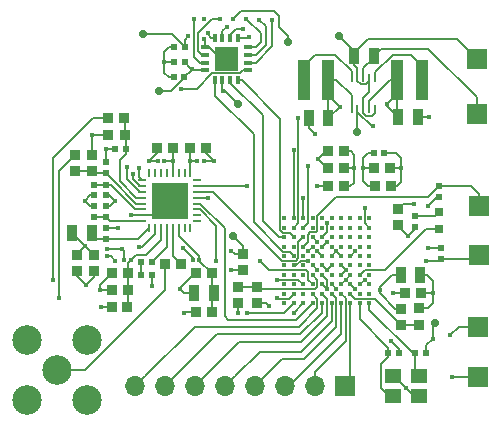
<source format=gbr>
G04 #@! TF.GenerationSoftware,KiCad,Pcbnew,(5.1.0)-1*
G04 #@! TF.CreationDate,2019-06-03T19:39:10-07:00*
G04 #@! TF.ProjectId,SDCard-PCB,53444361-7264-42d5-9043-422e6b696361,rev?*
G04 #@! TF.SameCoordinates,Original*
G04 #@! TF.FileFunction,Copper,L1,Top*
G04 #@! TF.FilePolarity,Positive*
%FSLAX46Y46*%
G04 Gerber Fmt 4.6, Leading zero omitted, Abs format (unit mm)*
G04 Created by KiCad (PCBNEW (5.1.0)-1) date 2019-06-03 19:39:10*
%MOMM*%
%LPD*%
G04 APERTURE LIST*
%ADD10R,3.100000X3.100000*%
%ADD11R,0.260000X0.680000*%
%ADD12R,0.680000X0.260000*%
%ADD13R,0.310000X0.340000*%
%ADD14R,0.340000X0.310000*%
%ADD15C,0.700000*%
%ADD16R,1.000000X3.400000*%
%ADD17R,0.930000X1.320000*%
%ADD18R,0.890000X0.920000*%
%ADD19R,0.810000X0.870000*%
%ADD20R,0.580000X0.630000*%
%ADD21R,1.400000X1.200000*%
%ADD22C,0.370000*%
%ADD23R,0.560000X0.490000*%
%ADD24R,0.920000X0.890000*%
%ADD25R,1.050000X1.050000*%
%ADD26R,0.740000X0.320000*%
%ADD27R,0.320000X0.740000*%
%ADD28R,0.260000X0.660000*%
%ADD29R,0.490000X0.560000*%
%ADD30O,1.700000X1.700000*%
%ADD31R,1.700000X1.700000*%
%ADD32C,2.500000*%
%ADD33R,0.710000X0.770000*%
%ADD34R,0.870000X0.810000*%
%ADD35C,0.450000*%
%ADD36C,0.152400*%
G04 APERTURE END LIST*
D10*
X114015000Y-67995000D03*
D11*
X112265000Y-65660000D03*
X112765000Y-65660000D03*
X113265000Y-65660000D03*
X113765000Y-65660000D03*
X114265000Y-65660000D03*
X114765000Y-65660000D03*
X115265000Y-65660000D03*
X115765000Y-65660000D03*
D12*
X116350000Y-66245000D03*
X116350000Y-66745000D03*
X116350000Y-67245000D03*
X116350000Y-67745000D03*
X116350000Y-68245000D03*
X116350000Y-68745000D03*
X116350000Y-69245000D03*
X116350000Y-69745000D03*
D11*
X115765000Y-70330000D03*
X115265000Y-70330000D03*
X114765000Y-70330000D03*
X114265000Y-70330000D03*
X113765000Y-70330000D03*
X113265000Y-70330000D03*
X112765000Y-70330000D03*
X112265000Y-70330000D03*
D12*
X111680000Y-69745000D03*
X111680000Y-69245000D03*
X111680000Y-68745000D03*
X111680000Y-68245000D03*
X111680000Y-67745000D03*
X111680000Y-67245000D03*
X111680000Y-66745000D03*
X111680000Y-66245000D03*
D13*
X115960000Y-73050000D03*
X116510000Y-73050000D03*
X116895000Y-64640000D03*
X116345000Y-64640000D03*
X113000000Y-64650000D03*
X113550000Y-64650000D03*
X110150000Y-73060000D03*
X110700000Y-73060000D03*
D14*
X108710000Y-72135000D03*
X108710000Y-72685000D03*
D15*
X119350000Y-70970000D03*
D16*
X127440000Y-57770000D03*
X125340000Y-57770000D03*
D17*
X116080000Y-75810000D03*
X117720000Y-75810000D03*
D18*
X116240000Y-77470000D03*
X117570000Y-77470000D03*
D19*
X116200000Y-74160000D03*
X117560000Y-74160000D03*
D20*
X133405000Y-80930000D03*
X132515000Y-80930000D03*
X135705000Y-80930000D03*
X134815000Y-80930000D03*
D21*
X135120000Y-84570000D03*
X132920000Y-84570000D03*
X132920000Y-82870000D03*
X135120000Y-82870000D03*
D22*
X123710000Y-69490000D03*
X124510000Y-69490000D03*
X125310000Y-69490000D03*
X126110000Y-69490000D03*
X126910000Y-69490000D03*
X127710000Y-69490000D03*
X128510000Y-69490000D03*
X129310000Y-69490000D03*
X130110000Y-69490000D03*
X130910000Y-69490000D03*
X123710000Y-70290000D03*
X124510000Y-70290000D03*
X125310000Y-70290000D03*
X126110000Y-70290000D03*
X126910000Y-70290000D03*
X127710000Y-70290000D03*
X128510000Y-70290000D03*
X129310000Y-70290000D03*
X130110000Y-70290000D03*
X130910000Y-70290000D03*
X123710000Y-71090000D03*
X124510000Y-71090000D03*
X125310000Y-71090000D03*
X126110000Y-71090000D03*
X126910000Y-71090000D03*
X127710000Y-71090000D03*
X128510000Y-71090000D03*
X129310000Y-71090000D03*
X130110000Y-71090000D03*
X130910000Y-71090000D03*
X123710000Y-71890000D03*
X124510000Y-71890000D03*
X125310000Y-71890000D03*
X126110000Y-71890000D03*
X126910000Y-71890000D03*
X127710000Y-71890000D03*
X128510000Y-71890000D03*
X129310000Y-71890000D03*
X130110000Y-71890000D03*
X130910000Y-71890000D03*
X123710000Y-72690000D03*
X124510000Y-72690000D03*
X125310000Y-72690000D03*
X126110000Y-72690000D03*
X126910000Y-72690000D03*
X127710000Y-72690000D03*
X128510000Y-72690000D03*
X129310000Y-72690000D03*
X130110000Y-72690000D03*
X130910000Y-72690000D03*
X123710000Y-73490000D03*
X124510000Y-73490000D03*
X125310000Y-73490000D03*
X126110000Y-73490000D03*
X126910000Y-73490000D03*
X127710000Y-73490000D03*
X128510000Y-73490000D03*
X129310000Y-73490000D03*
X130110000Y-73490000D03*
X130910000Y-73490000D03*
X123710000Y-74290000D03*
X124510000Y-74290000D03*
X125310000Y-74290000D03*
X126110000Y-74290000D03*
X126910000Y-74290000D03*
X127710000Y-74290000D03*
X128510000Y-74290000D03*
X129310000Y-74290000D03*
X130110000Y-74290000D03*
X130910000Y-74290000D03*
X123710000Y-75090000D03*
X124510000Y-75090000D03*
X125310000Y-75090000D03*
X126110000Y-75090000D03*
X126910000Y-75090000D03*
X127710000Y-75090000D03*
X128510000Y-75090000D03*
X129310000Y-75090000D03*
X130110000Y-75090000D03*
X130910000Y-75090000D03*
X123710000Y-75890000D03*
X124510000Y-75890000D03*
X125310000Y-75890000D03*
X126110000Y-75890000D03*
X126910000Y-75890000D03*
X127710000Y-75890000D03*
X128510000Y-75890000D03*
X129310000Y-75890000D03*
X130110000Y-75890000D03*
X130910000Y-75890000D03*
X123710000Y-76690000D03*
X124510000Y-76690000D03*
X125310000Y-76690000D03*
X126110000Y-76690000D03*
X126910000Y-76690000D03*
X127710000Y-76690000D03*
X128510000Y-76690000D03*
X129310000Y-76690000D03*
X130110000Y-76690000D03*
X130910000Y-76690000D03*
D23*
X136990000Y-72930000D03*
X136990000Y-72020000D03*
X134740000Y-69290000D03*
X134740000Y-70200000D03*
D17*
X135210000Y-74290000D03*
X133570000Y-74290000D03*
D24*
X133570000Y-77170000D03*
X133570000Y-78500000D03*
D15*
X113100000Y-58680000D03*
D25*
X118325000Y-55525000D03*
X118325000Y-56475000D03*
X119275000Y-55525000D03*
X119275000Y-56475000D03*
D26*
X117005000Y-56975000D03*
X117005000Y-56325000D03*
X117005000Y-55675000D03*
X117005000Y-55025000D03*
D27*
X117825000Y-54205000D03*
X118475000Y-54205000D03*
X119125000Y-54205000D03*
X119775000Y-54205000D03*
D26*
X120595000Y-55025000D03*
X120595000Y-55675000D03*
X120595000Y-56325000D03*
X120595000Y-56975000D03*
D27*
X119775000Y-57795000D03*
X119125000Y-57795000D03*
X118475000Y-57795000D03*
X117825000Y-57795000D03*
D28*
X129400000Y-57605000D03*
X129900000Y-57605000D03*
X130400000Y-57605000D03*
X130900000Y-57605000D03*
X131400000Y-57605000D03*
X131400000Y-60275000D03*
X130900000Y-60275000D03*
X130400000Y-60275000D03*
X129900000Y-60275000D03*
X129400000Y-60275000D03*
D23*
X136840000Y-66755000D03*
X136840000Y-67665000D03*
X108600000Y-71250000D03*
X108600000Y-70340000D03*
X108590000Y-67555000D03*
X108590000Y-66645000D03*
X107590000Y-66655000D03*
X107590000Y-67565000D03*
D29*
X112505000Y-74270000D03*
X111595000Y-74270000D03*
D23*
X108600000Y-68470000D03*
X108600000Y-69380000D03*
X107580000Y-69380000D03*
X107580000Y-68470000D03*
D29*
X110290000Y-63640000D03*
X109380000Y-63640000D03*
D23*
X108590000Y-65680000D03*
X108590000Y-64770000D03*
D24*
X121360000Y-75300000D03*
X121360000Y-76630000D03*
D16*
X133290000Y-57800000D03*
X135390000Y-57800000D03*
D18*
X109100000Y-76980000D03*
X110430000Y-76980000D03*
X110135000Y-61020000D03*
X108805000Y-61020000D03*
D24*
X105990000Y-65490000D03*
X105990000Y-64160000D03*
D30*
X111070000Y-83730000D03*
X113610000Y-83730000D03*
X116150000Y-83730000D03*
X118690000Y-83730000D03*
X121230000Y-83730000D03*
X123770000Y-83730000D03*
X126310000Y-83730000D03*
D31*
X128850000Y-83730000D03*
D15*
X136470000Y-78390000D03*
X111750000Y-53910000D03*
X124060000Y-54560000D03*
X119770000Y-59850000D03*
X129900000Y-62190000D03*
X128310000Y-54040000D03*
D31*
X140150000Y-82910000D03*
X140230000Y-72600000D03*
X140200000Y-68450000D03*
X140150000Y-78710000D03*
X140010000Y-60640000D03*
X140010000Y-55990000D03*
D32*
X106980000Y-84890000D03*
X106980000Y-79810000D03*
X101900000Y-79810000D03*
X101900000Y-84890000D03*
X104440000Y-82350000D03*
D33*
X136800000Y-68950000D03*
X136800000Y-70410000D03*
D19*
X132670000Y-65250000D03*
X131310000Y-65250000D03*
D34*
X120240000Y-73900000D03*
X120240000Y-72540000D03*
D19*
X128750000Y-66800000D03*
X127390000Y-66800000D03*
D34*
X133370000Y-70050000D03*
X133370000Y-68690000D03*
X119800000Y-76660000D03*
X119800000Y-75300000D03*
D19*
X132710000Y-66750000D03*
X131350000Y-66750000D03*
X128750000Y-65250000D03*
X127390000Y-65250000D03*
X135270000Y-75850000D03*
X133910000Y-75850000D03*
D34*
X135140000Y-77130000D03*
X135140000Y-78490000D03*
D19*
X128780000Y-63820000D03*
X127420000Y-63820000D03*
D20*
X132155000Y-63950000D03*
X131265000Y-63950000D03*
X114370000Y-56280000D03*
X115260000Y-56280000D03*
X114360000Y-57560000D03*
X115250000Y-57560000D03*
X114370000Y-55030000D03*
X115260000Y-55030000D03*
D17*
X125800000Y-61030000D03*
X127440000Y-61030000D03*
X135000000Y-60950000D03*
X133360000Y-60950000D03*
X131280000Y-55720000D03*
X129640000Y-55720000D03*
X105750000Y-70770000D03*
X107390000Y-70770000D03*
D20*
X112475000Y-73210000D03*
X111585000Y-73210000D03*
D19*
X114970000Y-73360000D03*
X113610000Y-73360000D03*
X109100000Y-75560000D03*
X110460000Y-75560000D03*
D34*
X106140000Y-72590000D03*
X106140000Y-73950000D03*
D19*
X109100000Y-74150000D03*
X110460000Y-74150000D03*
D34*
X107580000Y-72590000D03*
X107580000Y-73950000D03*
D19*
X117070000Y-63550000D03*
X115710000Y-63550000D03*
X112900000Y-63550000D03*
X114260000Y-63550000D03*
X108820000Y-62450000D03*
X110180000Y-62450000D03*
D34*
X107390000Y-64160000D03*
X107390000Y-65520000D03*
D35*
X133985000Y-83835000D03*
X116900000Y-52600000D03*
X116870000Y-54330000D03*
X113550000Y-56280000D03*
X129620000Y-65250000D03*
X133620000Y-65250000D03*
X126330000Y-62390000D03*
X136000000Y-60940000D03*
X108070000Y-75570000D03*
X106830000Y-71830000D03*
X109360000Y-68020000D03*
X110720000Y-69240000D03*
X112220000Y-64650000D03*
X117720000Y-64640000D03*
X109950002Y-72070000D03*
X107390000Y-62460000D03*
X112500000Y-75200000D03*
X115100000Y-72000000D03*
X119800000Y-77550000D03*
X119200000Y-73910000D03*
X114860000Y-75450000D03*
X132720000Y-79900000D03*
X136270000Y-79690000D03*
X137930000Y-82900000D03*
X136340000Y-75840000D03*
X134190000Y-70970000D03*
X128110000Y-72290000D03*
X128910000Y-74690000D03*
X126510000Y-73890000D03*
X126520000Y-72290000D03*
X128910000Y-73890000D03*
X124500000Y-77490000D03*
X131200000Y-61700000D03*
X115570000Y-54080000D03*
X118820000Y-53330000D03*
X118480000Y-58760000D03*
X130370000Y-65250000D03*
X126550000Y-64510000D03*
X132440000Y-59860000D03*
X106900000Y-75130000D03*
X106840000Y-68020000D03*
X114265000Y-64645000D03*
X109410000Y-73090000D03*
X111410000Y-71940000D03*
X108580000Y-63640000D03*
X115240000Y-77480000D03*
X108170000Y-76980000D03*
X137770000Y-79410000D03*
X132920000Y-75860000D03*
X135910000Y-72020000D03*
X135850000Y-68480000D03*
X127310000Y-73890000D03*
X128110000Y-75490000D03*
X130510000Y-74690000D03*
X129710000Y-72300000D03*
X125720000Y-72280000D03*
X119400000Y-52600000D03*
X115852498Y-56897498D03*
X128400000Y-60080000D03*
X109590000Y-70320000D03*
X115765000Y-64615000D03*
X126510000Y-66800000D03*
X122440000Y-76910000D03*
X119200000Y-72240000D03*
X131800000Y-75570000D03*
X134700000Y-68310000D03*
X129710000Y-75490000D03*
X127320000Y-71480000D03*
X127310000Y-75490000D03*
X125710000Y-73090000D03*
X135730000Y-73090000D03*
X116090000Y-52620000D03*
X115000000Y-58530000D03*
X118300000Y-52610000D03*
X120500000Y-52620000D03*
X121590000Y-52670000D03*
X122700000Y-52700000D03*
X123050000Y-76280000D03*
X104670000Y-76280000D03*
X123100000Y-74690000D03*
X104120000Y-74680000D03*
X120570000Y-77500000D03*
X120560000Y-66750000D03*
X125310000Y-67750000D03*
X117280000Y-67750000D03*
X121620000Y-73080000D03*
X117960000Y-73070000D03*
X126510000Y-71490000D03*
X110370000Y-65180000D03*
X127310000Y-69890000D03*
X110920000Y-65710000D03*
X130510000Y-68590000D03*
X111430000Y-65230002D03*
X124510000Y-63720000D03*
X117210004Y-53770000D03*
X120220000Y-53500000D03*
X125710000Y-65039998D03*
X120690000Y-54150000D03*
X124910000Y-61000000D03*
D36*
X128750000Y-63720000D02*
X128770000Y-63700000D01*
X118325000Y-55525000D02*
X118325000Y-56475000D01*
X118325000Y-56475000D02*
X119275000Y-56475000D01*
X119275000Y-56475000D02*
X119275000Y-55525000D01*
X117335000Y-55025000D02*
X117005000Y-55025000D01*
X118325000Y-55525000D02*
X117835000Y-55525000D01*
X117835000Y-55525000D02*
X117335000Y-55025000D01*
X131300000Y-55720000D02*
X131280000Y-55720000D01*
X131890000Y-55130000D02*
X131300000Y-55720000D01*
X135910000Y-55130000D02*
X131890000Y-55130000D01*
X140010000Y-60640000D02*
X140010000Y-59230000D01*
X140010000Y-59230000D02*
X135910000Y-55130000D01*
X130400000Y-57122600D02*
X130400000Y-57605000D01*
X130400000Y-56795000D02*
X130400000Y-57122600D01*
X131280000Y-55915000D02*
X130400000Y-56795000D01*
X131280000Y-55720000D02*
X131280000Y-55915000D01*
X129900000Y-62230000D02*
X129930000Y-62260000D01*
X129900000Y-60757400D02*
X129900000Y-62190000D01*
X129900000Y-60275000D02*
X129900000Y-60757400D01*
X133930000Y-83780000D02*
X133985000Y-83835000D01*
X134720000Y-84570000D02*
X133930000Y-83780000D01*
X133930000Y-83780000D02*
X133020000Y-82870000D01*
X135120000Y-84570000D02*
X134720000Y-84570000D01*
X133020000Y-82870000D02*
X132920000Y-82870000D01*
X117005000Y-55025000D02*
X117005000Y-54465000D01*
X117005000Y-54465000D02*
X116870000Y-54330000D01*
X114370000Y-56280000D02*
X113550000Y-56280000D01*
X113917600Y-57560000D02*
X114360000Y-57560000D01*
X113550000Y-57192400D02*
X113917600Y-57560000D01*
X113550000Y-56280000D02*
X113550000Y-57192400D01*
X113927600Y-55030000D02*
X114370000Y-55030000D01*
X113550000Y-55407600D02*
X113927600Y-55030000D01*
X113550000Y-56280000D02*
X113550000Y-55407600D01*
X128750000Y-65250000D02*
X129620000Y-65250000D01*
X129620000Y-64931802D02*
X129620000Y-65250000D01*
X129620000Y-64102600D02*
X129620000Y-64931802D01*
X129337400Y-63820000D02*
X129620000Y-64102600D01*
X128780000Y-63820000D02*
X129337400Y-63820000D01*
X129307400Y-66800000D02*
X128750000Y-66800000D01*
X129620000Y-66487400D02*
X129307400Y-66800000D01*
X129620000Y-65250000D02*
X129620000Y-66487400D01*
X132670000Y-65250000D02*
X133620000Y-65250000D01*
X133267400Y-66750000D02*
X132710000Y-66750000D01*
X133620000Y-66397400D02*
X133267400Y-66750000D01*
X133620000Y-65250000D02*
X133620000Y-66397400D01*
X133160000Y-63950000D02*
X132155000Y-63950000D01*
X133620000Y-65250000D02*
X133620000Y-64410000D01*
X133620000Y-64410000D02*
X133160000Y-63950000D01*
X126330000Y-62372400D02*
X126330000Y-62390000D01*
X125800000Y-61030000D02*
X125800000Y-61842400D01*
X125800000Y-61842400D02*
X126330000Y-62372400D01*
X135000000Y-60950000D02*
X135990000Y-60950000D01*
X135990000Y-60950000D02*
X136000000Y-60940000D01*
X109100000Y-75560000D02*
X108080000Y-75560000D01*
X108080000Y-75560000D02*
X108070000Y-75570000D01*
X109090000Y-74150000D02*
X109100000Y-74150000D01*
X108070000Y-75570000D02*
X108070000Y-75170000D01*
X108070000Y-75170000D02*
X109090000Y-74150000D01*
X106140000Y-72590000D02*
X106140000Y-72520000D01*
X106140000Y-72520000D02*
X106830000Y-71830000D01*
X106830000Y-71840000D02*
X107580000Y-72590000D01*
X106830000Y-71830000D02*
X106830000Y-71840000D01*
X106810000Y-71830000D02*
X105750000Y-70770000D01*
X106830000Y-71830000D02*
X106810000Y-71830000D01*
X108600000Y-68470000D02*
X108910000Y-68470000D01*
X108910000Y-68470000D02*
X109360000Y-68020000D01*
X108895000Y-67555000D02*
X109360000Y-68020000D01*
X108590000Y-67555000D02*
X108895000Y-67555000D01*
X112765000Y-69245000D02*
X114015000Y-67995000D01*
X111680000Y-69245000D02*
X112765000Y-69245000D01*
X111680000Y-69245000D02*
X110725000Y-69245000D01*
X110725000Y-69245000D02*
X110720000Y-69240000D01*
X112900000Y-63550000D02*
X112900000Y-63970000D01*
X112900000Y-63970000D02*
X112220000Y-64650000D01*
X112220000Y-64650000D02*
X113000000Y-64650000D01*
X116895000Y-64640000D02*
X117720000Y-64640000D01*
X117070000Y-63990000D02*
X117720000Y-64640000D01*
X117070000Y-63550000D02*
X117070000Y-63990000D01*
X110150000Y-73060000D02*
X110150000Y-72269998D01*
X110150000Y-72269998D02*
X109950002Y-72070000D01*
X108710000Y-72135000D02*
X109885002Y-72135000D01*
X109885002Y-72135000D02*
X109950002Y-72070000D01*
X107390000Y-64160000D02*
X107390000Y-62460000D01*
X107400000Y-62450000D02*
X107390000Y-62460000D01*
X108820000Y-62450000D02*
X107400000Y-62450000D01*
X112505000Y-74270000D02*
X112505000Y-75195000D01*
X112505000Y-75195000D02*
X112500000Y-75200000D01*
X115960000Y-73050000D02*
X115960000Y-72860000D01*
X115960000Y-72860000D02*
X115100000Y-72000000D01*
X116250000Y-75800000D02*
X116260000Y-75810000D01*
X119800000Y-76660000D02*
X119800000Y-77550000D01*
X120240000Y-73900000D02*
X119210000Y-73900000D01*
X119210000Y-73900000D02*
X119200000Y-73910000D01*
X116070000Y-75800000D02*
X116080000Y-75810000D01*
X114860000Y-75450000D02*
X115210000Y-75800000D01*
X115210000Y-75800000D02*
X116070000Y-75800000D01*
X114860000Y-75430000D02*
X114860000Y-75450000D01*
X116200000Y-74160000D02*
X116130000Y-74160000D01*
X116130000Y-74160000D02*
X114860000Y-75430000D01*
X133405000Y-80930000D02*
X133405000Y-80585000D01*
X133405000Y-80585000D02*
X132720000Y-79900000D01*
X135705000Y-80930000D02*
X135705000Y-80255000D01*
X135705000Y-80255000D02*
X136270000Y-79690000D01*
X140150000Y-82910000D02*
X137940000Y-82910000D01*
X137940000Y-82910000D02*
X137930000Y-82900000D01*
X136270000Y-78590000D02*
X136470000Y-78390000D01*
X136270000Y-79690000D02*
X136270000Y-78590000D01*
X135270000Y-75850000D02*
X136330000Y-75850000D01*
X136330000Y-75850000D02*
X136340000Y-75840000D01*
X135827400Y-74290000D02*
X135210000Y-74290000D01*
X136340000Y-74802600D02*
X135827400Y-74290000D01*
X136340000Y-75840000D02*
X136340000Y-74802600D01*
X136340000Y-76640000D02*
X136340000Y-75840000D01*
X135140000Y-77130000D02*
X135850000Y-77130000D01*
X135850000Y-77130000D02*
X136340000Y-76640000D01*
X134740000Y-70200000D02*
X134740000Y-70420000D01*
X134740000Y-70420000D02*
X134190000Y-70970000D01*
X133370000Y-70150000D02*
X134190000Y-70970000D01*
X133370000Y-70050000D02*
X133370000Y-70150000D01*
X128910000Y-74690000D02*
X128510000Y-75090000D01*
X128910000Y-74690000D02*
X129310000Y-74290000D01*
X128510000Y-72690000D02*
X128110000Y-72290000D01*
X128110000Y-72290000D02*
X127710000Y-72690000D01*
X126110000Y-73490000D02*
X126510000Y-73890000D01*
X126910000Y-72690000D02*
X126910000Y-72680000D01*
X126910000Y-72680000D02*
X126520000Y-72290000D01*
X128510000Y-74290000D02*
X128910000Y-73890000D01*
X128510000Y-73490000D02*
X128910000Y-73890000D01*
X125310000Y-76690000D02*
X125300000Y-76690000D01*
X125300000Y-76690000D02*
X124500000Y-77490000D01*
X131125000Y-61700000D02*
X131200000Y-61700000D01*
X129900000Y-60275000D02*
X129900000Y-60475000D01*
X129900000Y-60475000D02*
X131125000Y-61700000D01*
X107550000Y-65680000D02*
X107390000Y-65520000D01*
X108590000Y-65680000D02*
X107550000Y-65680000D01*
X106020000Y-65520000D02*
X105990000Y-65490000D01*
X107390000Y-65520000D02*
X106020000Y-65520000D01*
X109022400Y-66112400D02*
X108590000Y-65680000D01*
X111680000Y-68245000D02*
X111155000Y-68245000D01*
X111155000Y-68245000D02*
X109022400Y-66112400D01*
X110290000Y-62560000D02*
X110180000Y-62450000D01*
X110290000Y-63640000D02*
X110290000Y-62560000D01*
X110180000Y-61065000D02*
X110135000Y-61020000D01*
X110180000Y-62450000D02*
X110180000Y-61065000D01*
X110290000Y-64072400D02*
X110290000Y-63640000D01*
X109760000Y-64602400D02*
X110290000Y-64072400D01*
X109760000Y-66317400D02*
X109760000Y-64602400D01*
X111680000Y-67745000D02*
X111187600Y-67745000D01*
X111187600Y-67745000D02*
X109760000Y-66317400D01*
X132637600Y-57800000D02*
X133290000Y-57800000D01*
X130900000Y-59537600D02*
X132637600Y-57800000D01*
X130900000Y-60275000D02*
X130900000Y-59537600D01*
X133290000Y-60880000D02*
X133360000Y-60950000D01*
X133290000Y-57800000D02*
X133290000Y-60880000D01*
X115260000Y-55030000D02*
X115260000Y-54390000D01*
X115260000Y-54390000D02*
X115570000Y-54080000D01*
X118475000Y-54205000D02*
X118475000Y-53675000D01*
X118475000Y-53675000D02*
X118820000Y-53330000D01*
X118475000Y-57795000D02*
X118475000Y-58755000D01*
X118475000Y-58755000D02*
X118480000Y-58760000D01*
X118680000Y-58760000D02*
X118480000Y-58760000D01*
X119770000Y-59850000D02*
X118680000Y-58760000D01*
X131310000Y-65250000D02*
X130370000Y-65250000D01*
X130792600Y-66750000D02*
X131350000Y-66750000D01*
X130370000Y-66327400D02*
X130792600Y-66750000D01*
X130370000Y-65250000D02*
X130370000Y-66327400D01*
X130822600Y-63950000D02*
X131265000Y-63950000D01*
X130370000Y-64402600D02*
X130822600Y-63950000D01*
X130370000Y-65250000D02*
X130370000Y-64402600D01*
X127420000Y-63820000D02*
X127240000Y-63820000D01*
X127240000Y-63820000D02*
X126550000Y-64510000D01*
X127290000Y-65250000D02*
X126550000Y-64510000D01*
X127390000Y-65250000D02*
X127290000Y-65250000D01*
X132440000Y-59850000D02*
X132440000Y-59860000D01*
X133290000Y-57800000D02*
X133290000Y-59000000D01*
X133290000Y-59000000D02*
X132440000Y-59850000D01*
X132440000Y-60030000D02*
X133360000Y-60950000D01*
X132440000Y-59860000D02*
X132440000Y-60030000D01*
X106140000Y-73950000D02*
X106140000Y-74370000D01*
X106140000Y-74370000D02*
X106900000Y-75130000D01*
X107580000Y-74380000D02*
X107580000Y-73950000D01*
X106900000Y-75130000D02*
X107580000Y-74450000D01*
X107580000Y-74450000D02*
X107580000Y-74380000D01*
X107580000Y-68470000D02*
X107290000Y-68470000D01*
X107290000Y-68470000D02*
X106840000Y-68020000D01*
X107295000Y-67565000D02*
X106840000Y-68020000D01*
X107590000Y-67565000D02*
X107295000Y-67565000D01*
X114270000Y-63560000D02*
X114260000Y-63550000D01*
X114270000Y-64640000D02*
X114270000Y-63560000D01*
X114265000Y-64645000D02*
X114270000Y-64640000D01*
X114265000Y-65660000D02*
X114265000Y-64645000D01*
X113550000Y-64650000D02*
X114260000Y-64650000D01*
X114260000Y-64650000D02*
X114265000Y-64645000D01*
X108710000Y-72685000D02*
X109005000Y-72685000D01*
X109005000Y-72685000D02*
X109410000Y-73090000D01*
X111690000Y-71940000D02*
X111410000Y-71940000D01*
X112765000Y-70330000D02*
X112765000Y-70865000D01*
X112765000Y-70865000D02*
X111690000Y-71940000D01*
X108590000Y-64770000D02*
X108590000Y-63650000D01*
X108590000Y-63650000D02*
X108580000Y-63640000D01*
X108580000Y-63640000D02*
X109380000Y-63640000D01*
X116240000Y-77470000D02*
X115250000Y-77470000D01*
X115250000Y-77470000D02*
X115240000Y-77480000D01*
X109100000Y-76980000D02*
X108170000Y-76980000D01*
X140150000Y-78710000D02*
X138470000Y-78710000D01*
X138470000Y-78710000D02*
X137770000Y-79410000D01*
X133910000Y-75850000D02*
X132930000Y-75850000D01*
X132930000Y-75850000D02*
X132920000Y-75860000D01*
X136990000Y-72020000D02*
X135910000Y-72020000D01*
X136840000Y-67665000D02*
X136665000Y-67665000D01*
X136665000Y-67665000D02*
X135850000Y-68480000D01*
X126910000Y-73490000D02*
X127310000Y-73890000D01*
X127710000Y-73490000D02*
X127310000Y-73890000D01*
X127710000Y-75090000D02*
X128110000Y-75490000D01*
X130110000Y-75090000D02*
X130510000Y-74690000D01*
X129310000Y-72690000D02*
X129320000Y-72690000D01*
X129320000Y-72690000D02*
X129710000Y-72300000D01*
X115260000Y-55005000D02*
X115260000Y-55030000D01*
X114165000Y-53910000D02*
X115260000Y-55005000D01*
X111750000Y-53910000D02*
X114165000Y-53910000D01*
X126110000Y-71890000D02*
X125720000Y-72280000D01*
X115250000Y-57535000D02*
X115852498Y-56932502D01*
X115852498Y-56932502D02*
X115852498Y-56897498D01*
X115250000Y-57560000D02*
X115250000Y-57535000D01*
X115702400Y-56747400D02*
X115852498Y-56897498D01*
X115260000Y-56305000D02*
X115702400Y-56747400D01*
X115260000Y-56280000D02*
X115260000Y-56305000D01*
X128092400Y-57770000D02*
X127440000Y-57770000D01*
X129400000Y-59077600D02*
X128092400Y-57770000D01*
X129400000Y-60275000D02*
X129400000Y-59077600D01*
X127440000Y-60217600D02*
X127440000Y-57770000D01*
X127440000Y-61030000D02*
X127440000Y-60217600D01*
X115250000Y-57585000D02*
X115250000Y-57560000D01*
X114155000Y-58680000D02*
X115250000Y-57585000D01*
X113100000Y-58680000D02*
X114155000Y-58680000D01*
X115930000Y-56975000D02*
X115852498Y-56897498D01*
X117005000Y-56975000D02*
X115930000Y-56975000D01*
X124060000Y-54065026D02*
X124060000Y-54560000D01*
X119400000Y-52590000D02*
X120030000Y-51960000D01*
X119400000Y-52600000D02*
X119400000Y-52590000D01*
X120030000Y-51960000D02*
X122860000Y-51960000D01*
X122860000Y-51960000D02*
X123290000Y-52390000D01*
X123290000Y-52390000D02*
X123290000Y-53295026D01*
X123290000Y-53295026D02*
X124060000Y-54065026D01*
X127440000Y-61030000D02*
X127450000Y-61030000D01*
X127450000Y-61030000D02*
X128400000Y-60080000D01*
X128175001Y-59855001D02*
X128400000Y-60080000D01*
X127440000Y-59120000D02*
X128175001Y-59855001D01*
X127440000Y-57770000D02*
X127440000Y-59120000D01*
X108600000Y-70340000D02*
X109570000Y-70340000D01*
X109570000Y-70340000D02*
X109590000Y-70320000D01*
X115765000Y-63605000D02*
X115710000Y-63550000D01*
X115790000Y-64640000D02*
X115765000Y-64615000D01*
X116345000Y-64640000D02*
X115790000Y-64640000D01*
X115765000Y-65660000D02*
X115765000Y-64615000D01*
X115765000Y-64615000D02*
X115765000Y-63605000D01*
X110460000Y-75560000D02*
X110460000Y-74150000D01*
X110460000Y-73300000D02*
X110700000Y-73060000D01*
X110460000Y-74150000D02*
X110460000Y-73300000D01*
X110460000Y-76950000D02*
X110430000Y-76980000D01*
X110460000Y-75560000D02*
X110460000Y-76950000D01*
X111170000Y-72590000D02*
X110700000Y-73060000D01*
X112000000Y-72590000D02*
X111170000Y-72590000D01*
X113265000Y-70330000D02*
X113265000Y-71325000D01*
X113265000Y-71325000D02*
X112000000Y-72590000D01*
X117560000Y-74130000D02*
X117560000Y-74160000D01*
X116510000Y-73080000D02*
X117560000Y-74130000D01*
X116510000Y-73050000D02*
X116510000Y-73080000D01*
X116510000Y-72727600D02*
X116510000Y-73050000D01*
X116507600Y-72727600D02*
X116510000Y-72727600D01*
X114765000Y-70330000D02*
X114765000Y-70985000D01*
X114765000Y-70985000D02*
X116507600Y-72727600D01*
X117570000Y-75960000D02*
X117720000Y-75810000D01*
X117570000Y-77470000D02*
X117570000Y-75960000D01*
X117560000Y-75650000D02*
X117720000Y-75810000D01*
X117560000Y-74160000D02*
X117560000Y-75650000D01*
X114265000Y-72655000D02*
X114970000Y-73360000D01*
X114265000Y-70330000D02*
X114265000Y-72655000D01*
X106207766Y-82350000D02*
X104440000Y-82350000D01*
X106820000Y-82350000D02*
X106207766Y-82350000D01*
X113610000Y-73360000D02*
X113610000Y-75560000D01*
X113610000Y-75560000D02*
X106820000Y-82350000D01*
X112475000Y-73185000D02*
X112475000Y-73210000D01*
X113765000Y-70330000D02*
X113765000Y-71895000D01*
X113765000Y-71895000D02*
X112475000Y-73185000D01*
X111595000Y-73220000D02*
X111585000Y-73210000D01*
X111595000Y-74270000D02*
X111595000Y-73220000D01*
X107870000Y-71250000D02*
X107390000Y-70770000D01*
X108600000Y-71250000D02*
X107870000Y-71250000D01*
X111345000Y-71250000D02*
X108600000Y-71250000D01*
X112265000Y-70330000D02*
X111345000Y-71250000D01*
X129640000Y-55525000D02*
X129640000Y-55720000D01*
X130835000Y-54330000D02*
X129640000Y-55525000D01*
X138370000Y-54330000D02*
X130835000Y-54330000D01*
X140010000Y-55990000D02*
X140010000Y-55970000D01*
X140010000Y-55970000D02*
X138370000Y-54330000D01*
X129900000Y-57122600D02*
X129900000Y-57605000D01*
X129900000Y-56792400D02*
X129900000Y-57122600D01*
X129640000Y-56532400D02*
X129900000Y-56792400D01*
X129640000Y-55720000D02*
X129640000Y-56532400D01*
X130400000Y-59792600D02*
X130400000Y-60275000D01*
X130400000Y-59270000D02*
X130400000Y-59792600D01*
X130900000Y-57605000D02*
X130900000Y-58770000D01*
X130900000Y-58770000D02*
X130400000Y-59270000D01*
X130900000Y-57854794D02*
X130900000Y-57605000D01*
X130601448Y-58153346D02*
X130900000Y-57854794D01*
X130184138Y-58153346D02*
X130601448Y-58153346D01*
X129900000Y-57605000D02*
X129900000Y-57869208D01*
X129900000Y-57869208D02*
X130184138Y-58153346D01*
X131400000Y-60587866D02*
X131400000Y-60275000D01*
X131159394Y-60828472D02*
X131400000Y-60587866D01*
X130639078Y-60828472D02*
X131159394Y-60828472D01*
X130400000Y-60275000D02*
X130400000Y-60589394D01*
X130400000Y-60589394D02*
X130639078Y-60828472D01*
X129640000Y-55370000D02*
X129640000Y-55720000D01*
X128310000Y-54040000D02*
X129640000Y-55370000D01*
X132515000Y-80930000D02*
X132515000Y-80655000D01*
X132550000Y-84570000D02*
X132920000Y-84570000D01*
X131860000Y-83880000D02*
X132550000Y-84570000D01*
X131860000Y-81860000D02*
X131860000Y-83880000D01*
X132515000Y-80930000D02*
X132515000Y-81205000D01*
X132515000Y-81205000D02*
X131860000Y-81860000D01*
X130110000Y-76951629D02*
X130110000Y-76690000D01*
X130110000Y-78057600D02*
X130110000Y-76951629D01*
X132515000Y-80462600D02*
X130110000Y-78057600D01*
X132515000Y-80930000D02*
X132515000Y-80462600D01*
X134815000Y-82565000D02*
X135120000Y-82870000D01*
X134815000Y-80930000D02*
X134815000Y-82565000D01*
X130910000Y-76951629D02*
X130910000Y-76690000D01*
X130910000Y-77270000D02*
X130910000Y-76951629D01*
X134815000Y-80930000D02*
X134570000Y-80930000D01*
X134570000Y-80930000D02*
X130910000Y-77270000D01*
X129310000Y-75890000D02*
X129710000Y-76290000D01*
X133565000Y-78490000D02*
X133580000Y-78490000D01*
X131365000Y-76290000D02*
X133565000Y-78490000D01*
X129710000Y-76290000D02*
X131365000Y-76290000D01*
X133580000Y-78490000D02*
X135140000Y-78490000D01*
X121420432Y-75360432D02*
X121360000Y-75300000D01*
X120747600Y-75300000D02*
X119800000Y-75300000D01*
X121360000Y-75300000D02*
X120747600Y-75300000D01*
X121555595Y-75495595D02*
X121360000Y-75300000D01*
X126337375Y-75495595D02*
X121555595Y-75495595D01*
X126506205Y-75326765D02*
X126337375Y-75495595D01*
X126110000Y-74290000D02*
X126506205Y-74686205D01*
X126506205Y-74686205D02*
X126506205Y-75326765D01*
X127390000Y-66800000D02*
X126510000Y-66800000D01*
X121360000Y-76630000D02*
X122160000Y-76630000D01*
X122160000Y-76630000D02*
X122440000Y-76910000D01*
X120240000Y-71870000D02*
X120240000Y-72540000D01*
X119350000Y-70970000D02*
X119350000Y-70980000D01*
X119350000Y-70980000D02*
X120240000Y-71870000D01*
X120240000Y-72540000D02*
X119500000Y-72540000D01*
X119500000Y-72540000D02*
X119200000Y-72240000D01*
X131800000Y-75300000D02*
X131800000Y-75570000D01*
X133570000Y-74290000D02*
X132810000Y-74290000D01*
X132810000Y-74290000D02*
X131800000Y-75300000D01*
X131800000Y-75860000D02*
X131800000Y-75570000D01*
X133570000Y-77170000D02*
X133110000Y-77170000D01*
X133110000Y-77170000D02*
X131800000Y-75860000D01*
X133750000Y-68310000D02*
X134700000Y-68310000D01*
X133370000Y-68690000D02*
X133750000Y-68310000D01*
X129310000Y-75090000D02*
X129710000Y-75490000D01*
X126910000Y-71890000D02*
X127320000Y-71480000D01*
X126910000Y-75090000D02*
X127310000Y-75490000D01*
X127310000Y-74690000D02*
X127310000Y-75490000D01*
X126910000Y-74290000D02*
X127310000Y-74690000D01*
X136460000Y-69290000D02*
X136800000Y-68950000D01*
X134740000Y-69290000D02*
X136460000Y-69290000D01*
X130294999Y-74105001D02*
X130110000Y-74290000D01*
X130508605Y-73891395D02*
X130294999Y-74105001D01*
X132258605Y-73891395D02*
X130508605Y-73891395D01*
X136800000Y-70410000D02*
X135740000Y-70410000D01*
X135740000Y-70410000D02*
X132258605Y-73891395D01*
X140200000Y-67447600D02*
X140200000Y-68450000D01*
X139507400Y-66755000D02*
X140200000Y-67447600D01*
X136840000Y-66755000D02*
X139507400Y-66755000D01*
X136805000Y-66755000D02*
X136840000Y-66755000D01*
X135870000Y-67690000D02*
X136805000Y-66755000D01*
X125710044Y-71489956D02*
X125710044Y-70870798D01*
X125310000Y-71890000D02*
X125710044Y-71489956D01*
X125710044Y-70870798D02*
X125895931Y-70684911D01*
X126509142Y-69266192D02*
X128085334Y-67690000D01*
X125895931Y-70684911D02*
X126359578Y-70684911D01*
X128085334Y-67690000D02*
X135870000Y-67690000D01*
X126359578Y-70684911D02*
X126509142Y-70535347D01*
X126509142Y-70535347D02*
X126509142Y-69266192D01*
X136830000Y-73090000D02*
X136990000Y-72930000D01*
X135730000Y-73090000D02*
X136830000Y-73090000D01*
X139900000Y-72930000D02*
X140230000Y-72600000D01*
X136990000Y-72930000D02*
X139900000Y-72930000D01*
X125135454Y-73090000D02*
X125710000Y-73090000D01*
X124510000Y-73490000D02*
X124735454Y-73490000D01*
X124735454Y-73490000D02*
X125135454Y-73090000D01*
X116090000Y-55587182D02*
X116090000Y-52620000D01*
X116090000Y-55860000D02*
X116090000Y-55587182D01*
X117005000Y-56325000D02*
X116555000Y-56325000D01*
X116555000Y-56325000D02*
X116090000Y-55860000D01*
X116277584Y-58530000D02*
X115000000Y-58530000D01*
X117597584Y-57210000D02*
X116277584Y-58530000D01*
X119990000Y-57210000D02*
X117597584Y-57210000D01*
X120595000Y-56975000D02*
X120225000Y-56975000D01*
X120225000Y-56975000D02*
X119990000Y-57210000D01*
X117595483Y-52610000D02*
X118300000Y-52610000D01*
X116394356Y-53811127D02*
X117595483Y-52610000D01*
X116394356Y-55354115D02*
X116394356Y-53811127D01*
X117005000Y-55675000D02*
X116715241Y-55675000D01*
X116715241Y-55675000D02*
X116394356Y-55354115D01*
X121720000Y-53840000D02*
X120500000Y-52620000D01*
X121720000Y-54590000D02*
X121720000Y-53840000D01*
X120595000Y-55025000D02*
X121285000Y-55025000D01*
X121285000Y-55025000D02*
X121720000Y-54590000D01*
X122160000Y-53240000D02*
X121590000Y-52670000D01*
X122160000Y-54790000D02*
X122160000Y-53240000D01*
X120595000Y-55675000D02*
X121275000Y-55675000D01*
X121275000Y-55675000D02*
X122160000Y-54790000D01*
X122700000Y-54930000D02*
X122700000Y-52700000D01*
X120595000Y-56325000D02*
X121305000Y-56325000D01*
X121305000Y-56325000D02*
X122700000Y-54930000D01*
X111919999Y-82880001D02*
X111070000Y-83730000D01*
X126110000Y-75900000D02*
X126510000Y-76300000D01*
X126110000Y-75890000D02*
X126110000Y-75900000D01*
X126510000Y-76300000D02*
X126510000Y-77100000D01*
X126510000Y-77100000D02*
X124950000Y-78660000D01*
X124950000Y-78660000D02*
X116140000Y-78660000D01*
X116140000Y-78660000D02*
X111919999Y-82880001D01*
X114459999Y-82880001D02*
X113610000Y-83730000D01*
X118020000Y-79320000D02*
X114459999Y-82880001D01*
X125080000Y-79320000D02*
X118020000Y-79320000D01*
X126910000Y-76690000D02*
X126910000Y-77490000D01*
X126910000Y-77490000D02*
X125080000Y-79320000D01*
X116999999Y-82880001D02*
X116150000Y-83730000D01*
X119870000Y-80010000D02*
X116999999Y-82880001D01*
X125110000Y-80010000D02*
X119870000Y-80010000D01*
X127311476Y-77808524D02*
X125110000Y-80010000D01*
X126910000Y-75890000D02*
X127311476Y-76291476D01*
X127311476Y-76291476D02*
X127311476Y-77808524D01*
X119539999Y-82880001D02*
X118690000Y-83730000D01*
X121640000Y-80780000D02*
X119539999Y-82880001D01*
X125090000Y-80780000D02*
X121640000Y-80780000D01*
X127710000Y-76690000D02*
X127710000Y-78160000D01*
X127710000Y-78160000D02*
X125090000Y-80780000D01*
X122763926Y-82196074D02*
X121230000Y-83730000D01*
X123550000Y-81410000D02*
X122763926Y-82196074D01*
X125370000Y-81410000D02*
X123550000Y-81410000D01*
X128103862Y-78676138D02*
X125370000Y-81410000D01*
X127710000Y-75890000D02*
X128103862Y-76283862D01*
X128103862Y-76283862D02*
X128103862Y-78676138D01*
X124070000Y-83730000D02*
X123770000Y-83730000D01*
X128510000Y-76690000D02*
X128510000Y-79290000D01*
X128510000Y-79290000D02*
X124070000Y-83730000D01*
X126300000Y-83720000D02*
X126310000Y-83730000D01*
X126300000Y-82500000D02*
X126300000Y-83720000D01*
X128906476Y-79893524D02*
X126300000Y-82500000D01*
X128510000Y-75890000D02*
X128906476Y-76286476D01*
X128906476Y-76286476D02*
X128906476Y-79893524D01*
X129310000Y-83270000D02*
X128850000Y-83730000D01*
X129310000Y-76690000D02*
X129310000Y-83270000D01*
X124510000Y-75890000D02*
X124110000Y-76290000D01*
X124110000Y-76290000D02*
X123060000Y-76290000D01*
X123060000Y-76290000D02*
X123050000Y-76280000D01*
X105975000Y-64160000D02*
X105990000Y-64160000D01*
X104670000Y-65465000D02*
X105975000Y-64160000D01*
X104670000Y-76280000D02*
X104670000Y-65465000D01*
X125310000Y-75090000D02*
X124910000Y-74690000D01*
X124910000Y-74690000D02*
X123100000Y-74690000D01*
X108105000Y-61020000D02*
X108805000Y-61020000D01*
X107500000Y-61020000D02*
X108105000Y-61020000D01*
X104120000Y-74680000D02*
X104120000Y-64400000D01*
X104120000Y-64400000D02*
X107500000Y-61020000D01*
X135390000Y-56600000D02*
X135390000Y-57800000D01*
X134430000Y-55640000D02*
X135390000Y-56600000D01*
X132882600Y-55640000D02*
X134430000Y-55640000D01*
X131400000Y-57605000D02*
X131400000Y-57122600D01*
X131400000Y-57122600D02*
X132882600Y-55640000D01*
X125340000Y-56570000D02*
X125340000Y-57770000D01*
X126270000Y-55640000D02*
X125340000Y-56570000D01*
X128030000Y-55640000D02*
X126270000Y-55640000D01*
X129400000Y-57605000D02*
X129400000Y-57010000D01*
X129400000Y-57010000D02*
X128030000Y-55640000D01*
X108600000Y-69380000D02*
X107580000Y-69380000D01*
X108965000Y-69745000D02*
X108600000Y-69380000D01*
X111680000Y-69745000D02*
X108965000Y-69745000D01*
X108995000Y-66645000D02*
X108590000Y-66645000D01*
X111680000Y-68745000D02*
X111095000Y-68745000D01*
X111095000Y-68745000D02*
X108995000Y-66645000D01*
X107600000Y-66645000D02*
X107590000Y-66655000D01*
X108590000Y-66645000D02*
X107600000Y-66645000D01*
X124510000Y-76690000D02*
X123700000Y-77500000D01*
X123700000Y-77500000D02*
X120570000Y-77500000D01*
X116355000Y-66750000D02*
X116350000Y-66745000D01*
X120560000Y-66750000D02*
X116355000Y-66750000D01*
X117655000Y-67245000D02*
X116350000Y-67245000D01*
X123497374Y-73087374D02*
X117655000Y-67245000D01*
X124690663Y-73087374D02*
X123497374Y-73087374D01*
X124901023Y-72877014D02*
X124690663Y-73087374D01*
X125310000Y-71090000D02*
X124901023Y-71498977D01*
X124901023Y-71498977D02*
X124901023Y-72877014D01*
X125310000Y-69490000D02*
X125310000Y-67750000D01*
X116355000Y-67750000D02*
X116350000Y-67745000D01*
X117280000Y-67750000D02*
X116355000Y-67750000D01*
X116560000Y-68245000D02*
X116350000Y-68245000D01*
X118650000Y-70335000D02*
X116560000Y-68245000D01*
X118650000Y-77790000D02*
X118650000Y-70335000D01*
X118970000Y-78110000D02*
X118650000Y-77790000D01*
X126110000Y-76690000D02*
X124690000Y-78110000D01*
X124690000Y-78110000D02*
X118970000Y-78110000D01*
X116560000Y-68745000D02*
X116350000Y-68745000D01*
X117960000Y-73070000D02*
X117960000Y-70145000D01*
X117960000Y-70145000D02*
X116560000Y-68745000D01*
X122430000Y-73890000D02*
X121620000Y-73080000D01*
X125519843Y-73890000D02*
X122430000Y-73890000D01*
X125706956Y-74077113D02*
X125519843Y-73890000D01*
X126110000Y-75090000D02*
X125706956Y-74686956D01*
X125706956Y-74686956D02*
X125706956Y-74077113D01*
X126110000Y-71090000D02*
X126510000Y-71490000D01*
X111680000Y-67245000D02*
X111470000Y-67245000D01*
X110370000Y-65498198D02*
X110370000Y-65180000D01*
X111470000Y-67245000D02*
X110370000Y-66145000D01*
X110370000Y-66145000D02*
X110370000Y-65498198D01*
X126910000Y-71090000D02*
X127310000Y-70690000D01*
X127310000Y-70690000D02*
X127310000Y-69890000D01*
X110920000Y-66028198D02*
X110920000Y-65710000D01*
X111470000Y-66745000D02*
X110920000Y-66195000D01*
X110920000Y-66195000D02*
X110920000Y-66028198D01*
X111680000Y-66745000D02*
X111470000Y-66745000D01*
X130510000Y-68908198D02*
X130510000Y-68590000D01*
X130510000Y-69890000D02*
X130510000Y-68908198D01*
X130910000Y-70290000D02*
X130510000Y-69890000D01*
X111430000Y-65995000D02*
X111430000Y-65230002D01*
X111680000Y-66245000D02*
X111430000Y-65995000D01*
X124510000Y-69490000D02*
X124510000Y-63720000D01*
X117210004Y-53902404D02*
X117210004Y-53770000D01*
X117512600Y-54205000D02*
X117210004Y-53902404D01*
X117825000Y-54205000D02*
X117512600Y-54205000D01*
X119620000Y-53500000D02*
X120220000Y-53500000D01*
X119125000Y-54205000D02*
X119125000Y-53995000D01*
X119125000Y-53995000D02*
X119620000Y-53500000D01*
X125710000Y-69890000D02*
X125710000Y-65358196D01*
X125710000Y-65358196D02*
X125710000Y-65039998D01*
X125310000Y-70290000D02*
X125710000Y-69890000D01*
X119775000Y-54205000D02*
X120635000Y-54205000D01*
X120635000Y-54205000D02*
X120690000Y-54150000D01*
X124510000Y-70290000D02*
X124910000Y-69890000D01*
X124910000Y-61318198D02*
X124910000Y-61000000D01*
X124910000Y-69890000D02*
X124910000Y-61318198D01*
X124325001Y-70905001D02*
X124510000Y-71090000D01*
X124159899Y-70739899D02*
X124325001Y-70905001D01*
X123579899Y-70739899D02*
X124159899Y-70739899D01*
X123359899Y-70519899D02*
X123579899Y-70739899D01*
X123359899Y-61067499D02*
X123359899Y-70519899D01*
X120087400Y-57795000D02*
X123359899Y-61067499D01*
X119775000Y-57795000D02*
X120087400Y-57795000D01*
X123700000Y-71100000D02*
X123710000Y-71090000D01*
X123250000Y-71100000D02*
X123700000Y-71100000D01*
X121900000Y-69750000D02*
X123250000Y-71100000D01*
X121900000Y-60780000D02*
X121900000Y-69750000D01*
X119125000Y-57795000D02*
X119125000Y-58005000D01*
X119125000Y-58005000D02*
X121900000Y-60780000D01*
X117825000Y-59105000D02*
X121120000Y-62400000D01*
X117825000Y-57795000D02*
X117825000Y-59105000D01*
X121120000Y-62400000D02*
X121120000Y-69850000D01*
X124325001Y-72505001D02*
X124510000Y-72690000D01*
X121120000Y-69850000D02*
X123609899Y-72339899D01*
X123609899Y-72339899D02*
X124159899Y-72339899D01*
X124159899Y-72339899D02*
X124325001Y-72505001D01*
M02*

</source>
